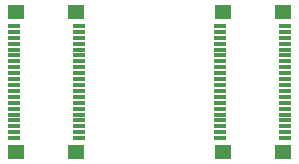
<source format=gbr>
G04 #@! TF.GenerationSoftware,KiCad,Pcbnew,5.0.2+dfsg1-1~bpo9+1*
G04 #@! TF.CreationDate,2019-10-28T12:28:18+01:00*
G04 #@! TF.ProjectId,zglue-jade-adapter,7a676c75-652d-46a6-9164-652d61646170,rev?*
G04 #@! TF.SameCoordinates,Original*
G04 #@! TF.FileFunction,Paste,Bot*
G04 #@! TF.FilePolarity,Positive*
%FSLAX46Y46*%
G04 Gerber Fmt 4.6, Leading zero omitted, Abs format (unit mm)*
G04 Created by KiCad (PCBNEW 5.0.2+dfsg1-1~bpo9+1) date Mon 28 Oct 2019 12:28:18 PM CET*
%MOMM*%
%LPD*%
G01*
G04 APERTURE LIST*
%ADD10R,1.100000X0.300000*%
%ADD11R,1.320000X1.300000*%
G04 APERTURE END LIST*
D10*
G04 #@! TO.C,J1*
X6501220Y-14757000D03*
X6501220Y-14257000D03*
X6501220Y-13757000D03*
X6501220Y-13257000D03*
X6501220Y-12757000D03*
X6501220Y-12257000D03*
X6501220Y-11757000D03*
X6501220Y-11257000D03*
X6501220Y-10757000D03*
X6501220Y-10257000D03*
X6501220Y-9757000D03*
X6501220Y-9257000D03*
X6501220Y-8757000D03*
X6501220Y-8257000D03*
X6501220Y-7757000D03*
X6501220Y-7257000D03*
X6501220Y-6757000D03*
X6501220Y-6257000D03*
X6501220Y-5757000D03*
X6501220Y-5257000D03*
X1002120Y-14757000D03*
X1002120Y-14257000D03*
X1002120Y-13757000D03*
X1002120Y-13257000D03*
X1002120Y-12757000D03*
X1002120Y-12257000D03*
X1002120Y-11757000D03*
X1002120Y-11257000D03*
X1002120Y-10757000D03*
X1002120Y-10257000D03*
X1002120Y-9757000D03*
X1002120Y-9257000D03*
X1002120Y-8757000D03*
X1002120Y-8257000D03*
X1002120Y-7757000D03*
X1002120Y-7257000D03*
X1002120Y-6757000D03*
X1002120Y-6257000D03*
X1002120Y-5757000D03*
X1002120Y-5257000D03*
D11*
X6313260Y-15963500D03*
X1192620Y-15958420D03*
X6313260Y-4055980D03*
X1192620Y-4055980D03*
G04 #@! TD*
D10*
G04 #@! TO.C,J2*
X24001220Y-14757000D03*
X24001220Y-14257000D03*
X24001220Y-13757000D03*
X24001220Y-13257000D03*
X24001220Y-12757000D03*
X24001220Y-12257000D03*
X24001220Y-11757000D03*
X24001220Y-11257000D03*
X24001220Y-10757000D03*
X24001220Y-10257000D03*
X24001220Y-9757000D03*
X24001220Y-9257000D03*
X24001220Y-8757000D03*
X24001220Y-8257000D03*
X24001220Y-7757000D03*
X24001220Y-7257000D03*
X24001220Y-6757000D03*
X24001220Y-6257000D03*
X24001220Y-5757000D03*
X24001220Y-5257000D03*
X18502120Y-14757000D03*
X18502120Y-14257000D03*
X18502120Y-13757000D03*
X18502120Y-13257000D03*
X18502120Y-12757000D03*
X18502120Y-12257000D03*
X18502120Y-11757000D03*
X18502120Y-11257000D03*
X18502120Y-10757000D03*
X18502120Y-10257000D03*
X18502120Y-9757000D03*
X18502120Y-9257000D03*
X18502120Y-8757000D03*
X18502120Y-8257000D03*
X18502120Y-7757000D03*
X18502120Y-7257000D03*
X18502120Y-6757000D03*
X18502120Y-6257000D03*
X18502120Y-5757000D03*
X18502120Y-5257000D03*
D11*
X23813260Y-15963500D03*
X18692620Y-15958420D03*
X23813260Y-4055980D03*
X18692620Y-4055980D03*
G04 #@! TD*
M02*

</source>
